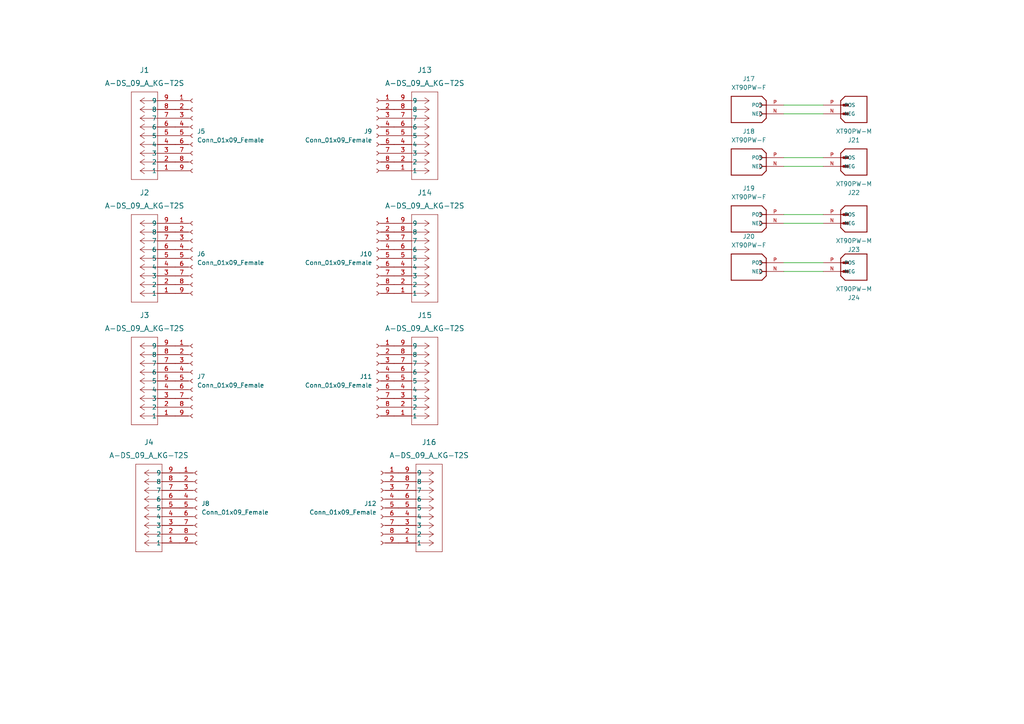
<source format=kicad_sch>
(kicad_sch (version 20211123) (generator eeschema)
  (paper "A4")
  (lib_symbols
    (symbol "Connector:Conn_01x09_Female" (pin_names (offset 1.016) hide)
      (property "Reference" "J" (at 0 12.7 0))
      (property "Value" "Conn_01x09_Female" (at 0 -12.7 0))
      (symbol "Conn_01x09_Female_1_1"
        (arc (start 0 -9.652) (mid -0.508 -10.16) (end 0 -10.668) (stroke (width 0.1524)))
        (arc (start 0 -7.112) (mid -0.508 -7.62) (end 0 -8.128) (stroke (width 0.1524)))
        (arc (start 0 -4.572) (mid -0.508 -5.08) (end 0 -5.588) (stroke (width 0.1524)))
        (arc (start 0 -2.032) (mid -0.508 -2.54) (end 0 -3.048) (stroke (width 0.1524)))
        (polyline (pts (xy -1.27 -10.16) (xy -0.508 -10.16)) (stroke (width 0.1524)))
        (polyline (pts (xy -1.27 -7.62) (xy -0.508 -7.62)) (stroke (width 0.1524)))
        (polyline (pts (xy -1.27 -5.08) (xy -0.508 -5.08)) (stroke (width 0.1524)))
        (polyline (pts (xy -1.27 -2.54) (xy -0.508 -2.54)) (stroke (width 0.1524)))
        (polyline (pts (xy -1.27 0) (xy -0.508 0)) (stroke (width 0.1524)))
        (polyline (pts (xy -1.27 2.54) (xy -0.508 2.54)) (stroke (width 0.1524)))
        (polyline (pts (xy -1.27 5.08) (xy -0.508 5.08)) (stroke (width 0.1524)))
        (polyline (pts (xy -1.27 7.62) (xy -0.508 7.62)) (stroke (width 0.1524)))
        (polyline (pts (xy -1.27 10.16) (xy -0.508 10.16)) (stroke (width 0.1524)))
        (arc (start 0 0.508) (mid -0.508 0) (end 0 -0.508) (stroke (width 0.1524)))
        (arc (start 0 3.048) (mid -0.508 2.54) (end 0 2.032) (stroke (width 0.1524)))
        (arc (start 0 5.588) (mid -0.508 5.08) (end 0 4.572) (stroke (width 0.1524)))
        (arc (start 0 8.128) (mid -0.508 7.62) (end 0 7.112) (stroke (width 0.1524)))
        (arc (start 0 10.668) (mid -0.508 10.16) (end 0 9.652) (stroke (width 0.1524)))
        (pin passive line (at -5.08 10.16 0) (length 3.81) (name "Pin_1") (number "1"))
        (pin passive line (at -5.08 7.62 0) (length 3.81) (name "Pin_2") (number "2"))
        (pin passive line (at -5.08 5.08 0) (length 3.81) (name "Pin_3") (number "3"))
        (pin passive line (at -5.08 2.54 0) (length 3.81) (name "Pin_4") (number "4"))
        (pin passive line (at -5.08 0 0) (length 3.81) (name "Pin_5") (number "5"))
        (pin passive line (at -5.08 -2.54 0) (length 3.81) (name "Pin_6") (number "6"))
        (pin passive line (at -5.08 -5.08 0) (length 3.81) (name "Pin_7") (number "7"))
        (pin passive line (at -5.08 -7.62 0) (length 3.81) (name "Pin_8") (number "8"))
        (pin passive line (at -5.08 -10.16 0) (length 3.81) (name "Pin_9") (number "9"))
      )
    )
    (symbol "SEB:A-DS_09_A_KG-T2S" (pin_names (offset 0.254))
      (property "Reference" "J" (at 8.89 6.35 0))
      (property "Value" "A-DS_09_A_KG-T2S" (at -13.97 11.43 0))
      (symbol "A-DS_09_A_KG-T2S_1_1"
        (polyline (pts (xy 5.08 -22.86) (xy 12.7 -22.86)) (stroke (width 0.127)))
        (polyline (pts (xy 5.08 2.54) (xy 5.08 -22.86)) (stroke (width 0.127)))
        (polyline (pts (xy 10.16 -20.32) (xy 5.08 -20.32)) (stroke (width 0.127)))
        (polyline (pts (xy 10.16 -20.32) (xy 8.89 -21.1667)) (stroke (width 0.127)))
        (polyline (pts (xy 10.16 -20.32) (xy 8.89 -19.4733)) (stroke (width 0.127)))
        (polyline (pts (xy 10.16 -17.78) (xy 5.08 -17.78)) (stroke (width 0.127)))
        (polyline (pts (xy 10.16 -17.78) (xy 8.89 -18.6267)) (stroke (width 0.127)))
        (polyline (pts (xy 10.16 -17.78) (xy 8.89 -16.9333)) (stroke (width 0.127)))
        (polyline (pts (xy 10.16 -15.24) (xy 5.08 -15.24)) (stroke (width 0.127)))
        (polyline (pts (xy 10.16 -15.24) (xy 8.89 -16.0867)) (stroke (width 0.127)))
        (polyline (pts (xy 10.16 -15.24) (xy 8.89 -14.3933)) (stroke (width 0.127)))
        (polyline (pts (xy 10.16 -12.7) (xy 5.08 -12.7)) (stroke (width 0.127)))
        (polyline (pts (xy 10.16 -12.7) (xy 8.89 -13.5467)) (stroke (width 0.127)))
        (polyline (pts (xy 10.16 -12.7) (xy 8.89 -11.8533)) (stroke (width 0.127)))
        (polyline (pts (xy 10.16 -10.16) (xy 5.08 -10.16)) (stroke (width 0.127)))
        (polyline (pts (xy 10.16 -10.16) (xy 8.89 -11.0067)) (stroke (width 0.127)))
        (polyline (pts (xy 10.16 -10.16) (xy 8.89 -9.3133)) (stroke (width 0.127)))
        (polyline (pts (xy 10.16 -7.62) (xy 5.08 -7.62)) (stroke (width 0.127)))
        (polyline (pts (xy 10.16 -7.62) (xy 8.89 -8.4667)) (stroke (width 0.127)))
        (polyline (pts (xy 10.16 -7.62) (xy 8.89 -6.7733)) (stroke (width 0.127)))
        (polyline (pts (xy 10.16 -5.08) (xy 5.08 -5.08)) (stroke (width 0.127)))
        (polyline (pts (xy 10.16 -5.08) (xy 8.89 -5.9267)) (stroke (width 0.127)))
        (polyline (pts (xy 10.16 -5.08) (xy 8.89 -4.2333)) (stroke (width 0.127)))
        (polyline (pts (xy 10.16 -2.54) (xy 5.08 -2.54)) (stroke (width 0.127)))
        (polyline (pts (xy 10.16 -2.54) (xy 8.89 -3.3867)) (stroke (width 0.127)))
        (polyline (pts (xy 10.16 -2.54) (xy 8.89 -1.6933)) (stroke (width 0.127)))
        (polyline (pts (xy 10.16 0) (xy 5.08 0)) (stroke (width 0.127)))
        (polyline (pts (xy 10.16 0) (xy 8.89 -0.8467)) (stroke (width 0.127)))
        (polyline (pts (xy 10.16 0) (xy 8.89 0.8467)) (stroke (width 0.127)))
        (polyline (pts (xy 12.7 -22.86) (xy 12.7 2.54)) (stroke (width 0.127)))
        (polyline (pts (xy 12.7 2.54) (xy 5.08 2.54)) (stroke (width 0.127)))
        (pin unspecified line (at 0 0 0) (length 5.08) (name "1") (number "1"))
        (pin unspecified line (at 0 -2.54 0) (length 5.08) (name "2") (number "2"))
        (pin unspecified line (at 0 -5.08 0) (length 5.08) (name "3") (number "3"))
        (pin unspecified line (at 0 -7.62 0) (length 5.08) (name "4") (number "4"))
        (pin unspecified line (at 0 -10.16 0) (length 5.08) (name "5") (number "5"))
        (pin unspecified line (at 0 -12.7 0) (length 5.08) (name "6") (number "6"))
        (pin unspecified line (at 0 -15.24 0) (length 5.08) (name "7") (number "7"))
        (pin unspecified line (at 0 -17.78 0) (length 5.08) (name "8") (number "8"))
        (pin unspecified line (at 0 -20.32 0) (length 5.08) (name "9") (number "9"))
      )
      (symbol "A-DS_09_A_KG-T2S_1_2"
        (polyline (pts (xy 5.08 -22.86) (xy 12.7 -22.86)) (stroke (width 0.127)))
        (polyline (pts (xy 5.08 2.54) (xy 5.08 -22.86)) (stroke (width 0.127)))
        (polyline (pts (xy 7.62 -20.32) (xy 5.08 -20.32)) (stroke (width 0.127)))
        (polyline (pts (xy 7.62 -20.32) (xy 8.89 -21.1667)) (stroke (width 0.127)))
        (polyline (pts (xy 7.62 -20.32) (xy 8.89 -19.4733)) (stroke (width 0.127)))
        (polyline (pts (xy 7.62 -17.78) (xy 5.08 -17.78)) (stroke (width 0.127)))
        (polyline (pts (xy 7.62 -17.78) (xy 8.89 -18.6267)) (stroke (width 0.127)))
        (polyline (pts (xy 7.62 -17.78) (xy 8.89 -16.9333)) (stroke (width 0.127)))
        (polyline (pts (xy 7.62 -15.24) (xy 5.08 -15.24)) (stroke (width 0.127)))
        (polyline (pts (xy 7.62 -15.24) (xy 8.89 -16.0867)) (stroke (width 0.127)))
        (polyline (pts (xy 7.62 -15.24) (xy 8.89 -14.3933)) (stroke (width 0.127)))
        (polyline (pts (xy 7.62 -12.7) (xy 5.08 -12.7)) (stroke (width 0.127)))
        (polyline (pts (xy 7.62 -12.7) (xy 8.89 -13.5467)) (stroke (width 0.127)))
        (polyline (pts (xy 7.62 -12.7) (xy 8.89 -11.8533)) (stroke (width 0.127)))
        (polyline (pts (xy 7.62 -10.16) (xy 5.08 -10.16)) (stroke (width 0.127)))
        (polyline (pts (xy 7.62 -10.16) (xy 8.89 -11.0067)) (stroke (width 0.127)))
        (polyline (pts (xy 7.62 -10.16) (xy 8.89 -9.3133)) (stroke (width 0.127)))
        (polyline (pts (xy 7.62 -7.62) (xy 5.08 -7.62)) (stroke (width 0.127)))
        (polyline (pts (xy 7.62 -7.62) (xy 8.89 -8.4667)) (stroke (width 0.127)))
        (polyline (pts (xy 7.62 -7.62) (xy 8.89 -6.7733)) (stroke (width 0.127)))
        (polyline (pts (xy 7.62 -5.08) (xy 5.08 -5.08)) (stroke (width 0.127)))
        (polyline (pts (xy 7.62 -5.08) (xy 8.89 -5.9267)) (stroke (width 0.127)))
        (polyline (pts (xy 7.62 -5.08) (xy 8.89 -4.2333)) (stroke (width 0.127)))
        (polyline (pts (xy 7.62 -2.54) (xy 5.08 -2.54)) (stroke (width 0.127)))
        (polyline (pts (xy 7.62 -2.54) (xy 8.89 -3.3867)) (stroke (width 0.127)))
        (polyline (pts (xy 7.62 -2.54) (xy 8.89 -1.6933)) (stroke (width 0.127)))
        (polyline (pts (xy 7.62 0) (xy 5.08 0)) (stroke (width 0.127)))
        (polyline (pts (xy 7.62 0) (xy 8.89 -0.8467)) (stroke (width 0.127)))
        (polyline (pts (xy 7.62 0) (xy 8.89 0.8467)) (stroke (width 0.127)))
        (polyline (pts (xy 12.7 -22.86) (xy 12.7 2.54)) (stroke (width 0.127)))
        (polyline (pts (xy 12.7 2.54) (xy 5.08 2.54)) (stroke (width 0.127)))
        (pin unspecified line (at 0 0 0) (length 5.08) (name "1") (number "1"))
        (pin unspecified line (at 0 -2.54 0) (length 5.08) (name "2") (number "2"))
        (pin unspecified line (at 0 -5.08 0) (length 5.08) (name "3") (number "3"))
        (pin unspecified line (at 0 -7.62 0) (length 5.08) (name "4") (number "4"))
        (pin unspecified line (at 0 -10.16 0) (length 5.08) (name "5") (number "5"))
        (pin unspecified line (at 0 -12.7 0) (length 5.08) (name "6") (number "6"))
        (pin unspecified line (at 0 -15.24 0) (length 5.08) (name "7") (number "7"))
        (pin unspecified line (at 0 -17.78 0) (length 5.08) (name "8") (number "8"))
        (pin unspecified line (at 0 -20.32 0) (length 5.08) (name "9") (number "9"))
      )
    )
    (symbol "SEB:XT90PW-F" (pin_names (offset 1.016))
      (property "Reference" "J" (at -10.16 3.81 0))
      (property "Value" "XT90PW-F" (at -10.16 -7.62 0))
      (symbol "XT90PW-F_0_0"
        (arc (start -1.905 -3.175) (mid -1.27 -2.54) (end -1.905 -1.905) (stroke (width 0.254)))
        (arc (start -1.905 -0.635) (mid -1.27 0) (end -1.905 0.635) (stroke (width 0.254)))
        (polyline (pts (xy -10.16 -5.08) (xy -10.16 2.54)) (stroke (width 0.254)))
        (polyline (pts (xy -10.16 2.54) (xy -1.27 2.54)) (stroke (width 0.254)))
        (polyline (pts (xy -1.27 -5.08) (xy -10.16 -5.08)) (stroke (width 0.254)))
        (polyline (pts (xy 0 -3.81) (xy -1.27 -5.08)) (stroke (width 0.254)))
        (polyline (pts (xy 0 -2.54) (xy -1.27 -2.54)) (stroke (width 0.254)))
        (polyline (pts (xy 0 0) (xy -1.27 0)) (stroke (width 0.254)))
        (polyline (pts (xy 0 0) (xy 0 -3.81)) (stroke (width 0.254)))
        (polyline (pts (xy 0 1.27) (xy -1.27 2.54)) (stroke (width 0.254)))
        (polyline (pts (xy 0 1.27) (xy 0 0)) (stroke (width 0.254)))
        (pin passive line (at 5.08 -2.54 180) (length 5.08) (name "NEG") (number "N"))
        (pin passive line (at 5.08 0 180) (length 5.08) (name "POS") (number "P"))
      )
    )
    (symbol "SEB:XT90PW-M" (pin_names (offset 1.016))
      (property "Reference" "J" (at 0 3.81 0))
      (property "Value" "XT90PW-M" (at 0 -7.62 0))
      (symbol "XT90PW-M_0_0"
        (polyline (pts (xy 0 -3.81) (xy 1.27 -5.08)) (stroke (width 0.254)))
        (polyline (pts (xy 0 -2.54) (xy 1.905 -2.54)) (stroke (width 0.254)))
        (polyline (pts (xy 0 0) (xy 0 -3.81)) (stroke (width 0.254)))
        (polyline (pts (xy 0 0) (xy 1.905 0)) (stroke (width 0.254)))
        (polyline (pts (xy 0 1.27) (xy 0 0)) (stroke (width 0.254)))
        (polyline (pts (xy 0 1.27) (xy 1.27 2.54)) (stroke (width 0.254)))
        (polyline (pts (xy 1.27 -5.08) (xy 7.62 -5.08)) (stroke (width 0.254)))
        (polyline (pts (xy 7.62 -5.08) (xy 7.62 2.54)) (stroke (width 0.254)))
        (polyline (pts (xy 7.62 2.54) (xy 1.27 2.54)) (stroke (width 0.254)))
        (rectangle (start 0.635 -2.8575) (end 2.2225 -2.2225) (stroke (width 0.1)) (fill (type outline)))
        (rectangle (start 0.635 -0.3175) (end 2.2225 0.3175) (stroke (width 0.1)) (fill (type outline)))
        (pin passive line (at -5.08 -2.54 0) (length 5.08) (name "NEG") (number "N"))
        (pin passive line (at -5.08 0 0) (length 5.08) (name "POS") (number "P"))
      )
    )
  )
  (wire (pts (xy 227.33 62.23) (xy 238.76 62.23)))
  (wire (pts (xy 227.33 30.48) (xy 238.76 30.48)))
  (wire (pts (xy 227.33 64.77) (xy 238.76 64.77)))
  (wire (pts (xy 227.33 76.2) (xy 238.76 76.2)))
  (wire (pts (xy 227.33 45.72) (xy 238.76 45.72)))
  (wire (pts (xy 227.33 33.02) (xy 238.76 33.02)))
  (wire (pts (xy 227.33 48.26) (xy 238.76 48.26)))
  (wire (pts (xy 227.33 78.74) (xy 238.76 78.74)))
  (symbol (lib_id "SEB:XT90PW-M") (at 243.84 45.72 0) (unit 1)
    (property "Reference" "J22" (at 247.65 55.88 0))
    (property "Value" "XT90PW-M" (at 247.65 53.34 0))
    (property "Footprint" "SEB:AMASS_XT90PW-M" (effects hide))
    (property "MF" "AMASS" (effects hide))
    (property "Description" "\nSocket; DC supply; XT90; male; PIN: 2; on PCBs; THT; Colour: yellow\n" (effects hide))
    (property "Package" "Package" (effects hide))
    (property "Price" "None" (effects hide))
    (property "Check_prices" "https://www.snapeda.com/parts/XT90PW-M/AMASS/view-part/?ref=eda" (effects hide))
    (property "MAXIMUM_PACKAGE_HIEGHT" "10.3mm" (effects hide))
    (property "STANDARD" "Manufacturer Recommendations" (effects hide))
    (property "PARTREV" "V00" (effects hide))
    (property "SnapEDA_Link" "https://www.snapeda.com/parts/XT90PW-M/AMASS/view-part/?ref=snap" (effects hide))
    (property "MP" "XT90PW-M" (effects hide))
    (property "Availability" "Not in stock" (effects hide))
    (property "MANUFACTURER" "AMASS" (effects hide))
  )
  (symbol (lib_id "SEB:XT90PW-F") (at 222.25 45.72 0) (unit 1)
    (property "Reference" "J18" (at 217.17 38.1 0))
    (property "Value" "XT90PW-F" (at 217.17 40.64 0))
    (property "Footprint" "SEB:AMASS_XT90PW-F" (effects hide))
    (property "MF" "AMASS" (effects hide))
    (property "MAXIMUM_PACKAGE_HEIGHT" "10.3 mm" (effects hide))
    (property "Package" "Package" (effects hide))
    (property "Price" "None" (effects hide))
    (property "Check_prices" "https://www.snapeda.com/parts/XT90PW-F/AMASS/view-part/?ref=eda" (effects hide))
    (property "STANDARD" "Manufacturer Recommendations" (effects hide))
    (property "PARTREV" "V00" (effects hide))
    (property "SnapEDA_Link" "https://www.snapeda.com/parts/XT90PW-F/AMASS/view-part/?ref=snap" (effects hide))
    (property "MP" "XT90PW-F" (effects hide))
    (property "Description" "\nSocket, DC supply, XT90, female, PIN:2, on PCBs, THT\n" (effects hide))
    (property "Availability" "Not in stock" (effects hide))
    (property "MANUFACTURER" "AMASS" (effects hide))
  )
  (symbol (lib_id "SEB:A-DS_09_A_KG-T2S") (at 115.57 157.48 0) (mirror x) (unit 1)
    (property "Reference" "J16" (at 124.46 128.27 0) (effects (font (size 1.524 1.524))))
    (property "Value" "A-DS_09_A_KG-T2S" (at 124.46 132.08 0) (effects (font (size 1.524 1.524))))
    (property "Footprint" "SEB:ASSMANN_A-DF_09_A_KG-T2S" (effects hide))
    (property "Datasheet" "A-DS 09 A/KG-T2S" (effects hide))
  )
  (symbol (lib_id "SEB:A-DS_09_A_KG-T2S") (at 114.3 49.53 0) (mirror x) (unit 1)
    (property "Reference" "J13" (at 123.19 20.32 0) (effects (font (size 1.524 1.524))))
    (property "Value" "A-DS_09_A_KG-T2S" (at 123.19 24.13 0) (effects (font (size 1.524 1.524))))
    (property "Footprint" "SEB:ASSMANN_A-DF_09_A_KG-T2S" (effects hide))
    (property "Datasheet" "A-DS 09 A/KG-T2S" (effects hide))
  )
  (symbol (lib_id "SEB:A-DS_09_A_KG-T2S") (at 114.3 85.09 0) (mirror x) (unit 1)
    (property "Reference" "J14" (at 123.19 55.88 0) (effects (font (size 1.524 1.524))))
    (property "Value" "A-DS_09_A_KG-T2S" (at 123.19 59.69 0) (effects (font (size 1.524 1.524))))
    (property "Footprint" "SEB:ASSMANN_A-DF_09_A_KG-T2S" (effects hide))
    (property "Datasheet" "A-DS 09 A/KG-T2S" (effects hide))
  )
  (symbol (lib_id "SEB:XT90PW-M") (at 243.84 30.48 0) (unit 1)
    (property "Reference" "J21" (at 247.65 40.64 0))
    (property "Value" "XT90PW-M" (at 247.65 38.1 0))
    (property "Footprint" "SEB:AMASS_XT90PW-M" (effects hide))
    (property "MF" "AMASS" (effects hide))
    (property "Description" "\nSocket; DC supply; XT90; male; PIN: 2; on PCBs; THT; Colour: yellow\n" (effects hide))
    (property "Package" "Package" (effects hide))
    (property "Price" "None" (effects hide))
    (property "Check_prices" "https://www.snapeda.com/parts/XT90PW-M/AMASS/view-part/?ref=eda" (effects hide))
    (property "MAXIMUM_PACKAGE_HIEGHT" "10.3mm" (effects hide))
    (property "STANDARD" "Manufacturer Recommendations" (effects hide))
    (property "PARTREV" "V00" (effects hide))
    (property "SnapEDA_Link" "https://www.snapeda.com/parts/XT90PW-M/AMASS/view-part/?ref=snap" (effects hide))
    (property "MP" "XT90PW-M" (effects hide))
    (property "Availability" "Not in stock" (effects hide))
    (property "MANUFACTURER" "AMASS" (effects hide))
  )
  (symbol (lib_id "SEB:A-DS_09_A_KG-T2S") (at 52.07 157.48 180) (unit 1)
    (property "Reference" "J4" (at 43.18 128.27 0) (effects (font (size 1.524 1.524))))
    (property "Value" "A-DS_09_A_KG-T2S" (at 43.18 132.08 0) (effects (font (size 1.524 1.524))))
    (property "Footprint" "SEB:ASSMANN_A-DF_09_A_KG-T2S" (effects hide))
    (property "Datasheet" "A-DS 09 A/KG-T2S" (effects hide))
  )
  (symbol (lib_id "SEB:XT90PW-F") (at 222.25 76.2 0) (unit 1)
    (property "Reference" "J20" (at 217.17 68.58 0))
    (property "Value" "XT90PW-F" (at 217.17 71.12 0))
    (property "Footprint" "SEB:AMASS_XT90PW-F" (effects hide))
    (property "MF" "AMASS" (effects hide))
    (property "MAXIMUM_PACKAGE_HEIGHT" "10.3 mm" (effects hide))
    (property "Package" "Package" (effects hide))
    (property "Price" "None" (effects hide))
    (property "Check_prices" "https://www.snapeda.com/parts/XT90PW-F/AMASS/view-part/?ref=eda" (effects hide))
    (property "STANDARD" "Manufacturer Recommendations" (effects hide))
    (property "PARTREV" "V00" (effects hide))
    (property "SnapEDA_Link" "https://www.snapeda.com/parts/XT90PW-F/AMASS/view-part/?ref=snap" (effects hide))
    (property "MP" "XT90PW-F" (effects hide))
    (property "Description" "\nSocket, DC supply, XT90, female, PIN:2, on PCBs, THT\n" (effects hide))
    (property "Availability" "Not in stock" (effects hide))
    (property "MANUFACTURER" "AMASS" (effects hide))
  )
  (symbol (lib_id "SEB:A-DS_09_A_KG-T2S") (at 50.8 120.65 180) (unit 1)
    (property "Reference" "J3" (at 41.91 91.44 0) (effects (font (size 1.524 1.524))))
    (property "Value" "A-DS_09_A_KG-T2S" (at 41.91 95.25 0) (effects (font (size 1.524 1.524))))
    (property "Footprint" "SEB:ASSMANN_A-DF_09_A_KG-T2S" (effects hide))
    (property "Datasheet" "A-DS 09 A/KG-T2S" (effects hide))
  )
  (symbol (lib_id "Connector:Conn_01x09_Female") (at 55.88 74.93 0) (unit 1)
    (property "Reference" "J6" (at 57.15 73.6599 0) (effects (justify left)))
    (property "Value" "Conn_01x09_Female" (at 57.15 76.1999 0) (effects (justify left)))
    (property "Footprint" "Connector_PinHeader_2.54mm:PinHeader_1x09_P2.54mm_Vertical" (effects hide))
  )
  (symbol (lib_id "SEB:XT90PW-F") (at 222.25 30.48 0) (unit 1)
    (property "Reference" "J17" (at 217.17 22.86 0))
    (property "Value" "XT90PW-F" (at 217.17 25.4 0))
    (property "Footprint" "SEB:AMASS_XT90PW-F" (effects hide))
    (property "MF" "AMASS" (effects hide))
    (property "MAXIMUM_PACKAGE_HEIGHT" "10.3 mm" (effects hide))
    (property "Package" "Package" (effects hide))
    (property "Price" "None" (effects hide))
    (property "Check_prices" "https://www.snapeda.com/parts/XT90PW-F/AMASS/view-part/?ref=eda" (effects hide))
    (property "STANDARD" "Manufacturer Recommendations" (effects hide))
    (property "PARTREV" "V00" (effects hide))
    (property "SnapEDA_Link" "https://www.snapeda.com/parts/XT90PW-F/AMASS/view-part/?ref=snap" (effects hide))
    (property "MP" "XT90PW-F" (effects hide))
    (property "Description" "\nSocket, DC supply, XT90, female, PIN:2, on PCBs, THT\n" (effects hide))
    (property "Availability" "Not in stock" (effects hide))
    (property "MANUFACTURER" "AMASS" (effects hide))
  )
  (symbol (lib_id "Connector:Conn_01x09_Female") (at 109.22 74.93 0) (mirror y) (unit 1)
    (property "Reference" "J10" (at 107.95 73.6599 0) (effects (justify left)))
    (property "Value" "Conn_01x09_Female" (at 107.95 76.1999 0) (effects (justify left)))
    (property "Footprint" "Connector_PinHeader_2.54mm:PinHeader_1x09_P2.54mm_Vertical" (effects hide))
  )
  (symbol (lib_id "Connector:Conn_01x09_Female") (at 55.88 110.49 0) (unit 1)
    (property "Reference" "J7" (at 57.15 109.2199 0) (effects (justify left)))
    (property "Value" "Conn_01x09_Female" (at 57.15 111.7599 0) (effects (justify left)))
    (property "Footprint" "Connector_PinHeader_2.54mm:PinHeader_1x09_P2.54mm_Vertical" (effects hide))
  )
  (symbol (lib_id "SEB:XT90PW-M") (at 243.84 76.2 0) (unit 1)
    (property "Reference" "J24" (at 247.65 86.36 0))
    (property "Value" "XT90PW-M" (at 247.65 83.82 0))
    (property "Footprint" "SEB:AMASS_XT90PW-M" (effects hide))
    (property "MF" "AMASS" (effects hide))
    (property "Description" "\nSocket; DC supply; XT90; male; PIN: 2; on PCBs; THT; Colour: yellow\n" (effects hide))
    (property "Package" "Package" (effects hide))
    (property "Price" "None" (effects hide))
    (property "Check_prices" "https://www.snapeda.com/parts/XT90PW-M/AMASS/view-part/?ref=eda" (effects hide))
    (property "MAXIMUM_PACKAGE_HIEGHT" "10.3mm" (effects hide))
    (property "STANDARD" "Manufacturer Recommendations" (effects hide))
    (property "PARTREV" "V00" (effects hide))
    (property "SnapEDA_Link" "https://www.snapeda.com/parts/XT90PW-M/AMASS/view-part/?ref=snap" (effects hide))
    (property "MP" "XT90PW-M" (effects hide))
    (property "Availability" "Not in stock" (effects hide))
    (property "MANUFACTURER" "AMASS" (effects hide))
  )
  (symbol (lib_id "Connector:Conn_01x09_Female") (at 110.49 147.32 0) (mirror y) (unit 1)
    (property "Reference" "J12" (at 109.22 146.0499 0) (effects (justify left)))
    (property "Value" "Conn_01x09_Female" (at 109.22 148.5899 0) (effects (justify left)))
    (property "Footprint" "Connector_PinHeader_2.54mm:PinHeader_1x09_P2.54mm_Vertical" (effects hide))
  )
  (symbol (lib_id "SEB:XT90PW-F") (at 222.25 62.23 0) (unit 1)
    (property "Reference" "J19" (at 217.17 54.61 0))
    (property "Value" "XT90PW-F" (at 217.17 57.15 0))
    (property "Footprint" "SEB:AMASS_XT90PW-F" (effects hide))
    (property "MF" "AMASS" (effects hide))
    (property "MAXIMUM_PACKAGE_HEIGHT" "10.3 mm" (effects hide))
    (property "Package" "Package" (effects hide))
    (property "Price" "None" (effects hide))
    (property "Check_prices" "https://www.snapeda.com/parts/XT90PW-F/AMASS/view-part/?ref=eda" (effects hide))
    (property "STANDARD" "Manufacturer Recommendations" (effects hide))
    (property "PARTREV" "V00" (effects hide))
    (property "SnapEDA_Link" "https://www.snapeda.com/parts/XT90PW-F/AMASS/view-part/?ref=snap" (effects hide))
    (property "MP" "XT90PW-F" (effects hide))
    (property "Description" "\nSocket, DC supply, XT90, female, PIN:2, on PCBs, THT\n" (effects hide))
    (property "Availability" "Not in stock" (effects hide))
    (property "MANUFACTURER" "AMASS" (effects hide))
  )
  (symbol (lib_id "Connector:Conn_01x09_Female") (at 109.22 110.49 0) (mirror y) (unit 1)
    (property "Reference" "J11" (at 107.95 109.2199 0) (effects (justify left)))
    (property "Value" "Conn_01x09_Female" (at 107.95 111.7599 0) (effects (justify left)))
    (property "Footprint" "Connector_PinHeader_2.54mm:PinHeader_1x09_P2.54mm_Vertical" (effects hide))
  )
  (symbol (lib_id "SEB:A-DS_09_A_KG-T2S") (at 50.8 49.53 180) (unit 1)
    (property "Reference" "J1" (at 41.91 20.32 0) (effects (font (size 1.524 1.524))))
    (property "Value" "A-DS_09_A_KG-T2S" (at 41.91 24.13 0) (effects (font (size 1.524 1.524))))
    (property "Footprint" "SEB:ASSMANN_A-DF_09_A_KG-T2S" (effects hide))
    (property "Datasheet" "A-DS 09 A/KG-T2S" (effects hide))
  )
  (symbol (lib_id "SEB:A-DS_09_A_KG-T2S") (at 50.8 85.09 180) (unit 1)
    (property "Reference" "J2" (at 41.91 55.88 0) (effects (font (size 1.524 1.524))))
    (property "Value" "A-DS_09_A_KG-T2S" (at 41.91 59.69 0) (effects (font (size 1.524 1.524))))
    (property "Footprint" "SEB:ASSMANN_A-DF_09_A_KG-T2S" (effects hide))
    (property "Datasheet" "A-DS 09 A/KG-T2S" (effects hide))
  )
  (symbol (lib_id "Connector:Conn_01x09_Female") (at 109.22 39.37 0) (mirror y) (unit 1)
    (property "Reference" "J9" (at 107.95 38.0999 0) (effects (justify left)))
    (property "Value" "Conn_01x09_Female" (at 107.95 40.6399 0) (effects (justify left)))
    (property "Footprint" "Connector_PinHeader_2.54mm:PinHeader_1x09_P2.54mm_Vertical" (effects hide))
  )
  (symbol (lib_id "Connector:Conn_01x09_Female") (at 57.15 147.32 0) (unit 1)
    (property "Reference" "J8" (at 58.42 146.0499 0) (effects (justify left)))
    (property "Value" "Conn_01x09_Female" (at 58.42 148.5899 0) (effects (justify left)))
    (property "Footprint" "Connector_PinHeader_2.54mm:PinHeader_1x09_P2.54mm_Vertical" (effects hide))
  )
  (symbol (lib_id "Connector:Conn_01x09_Female") (at 55.88 39.37 0) (unit 1)
    (property "Reference" "J5" (at 57.15 38.0999 0) (effects (justify left)))
    (property "Value" "Conn_01x09_Female" (at 57.15 40.6399 0) (effects (justify left)))
    (property "Footprint" "Connector_PinHeader_2.54mm:PinHeader_1x09_P2.54mm_Vertical" (effects hide))
  )
  (symbol (lib_id "SEB:A-DS_09_A_KG-T2S") (at 114.3 120.65 0) (mirror x) (unit 1)
    (property "Reference" "J15" (at 123.19 91.44 0) (effects (font (size 1.524 1.524))))
    (property "Value" "A-DS_09_A_KG-T2S" (at 123.19 95.25 0) (effects (font (size 1.524 1.524))))
    (property "Footprint" "SEB:ASSMANN_A-DF_09_A_KG-T2S" (effects hide))
    (property "Datasheet" "A-DS 09 A/KG-T2S" (effects hide))
  )
  (symbol (lib_id "SEB:XT90PW-M") (at 243.84 62.23 0) (unit 1)
    (property "Reference" "J23" (at 247.65 72.39 0))
    (property "Value" "XT90PW-M" (at 247.65 69.85 0))
    (property "Footprint" "SEB:AMASS_XT90PW-M" (effects hide))
    (property "MF" "AMASS" (effects hide))
    (property "Description" "\nSocket; DC supply; XT90; male; PIN: 2; on PCBs; THT; Colour: yellow\n" (effects hide))
    (property "Package" "Package" (effects hide))
    (property "Price" "None" (effects hide))
    (property "Check_prices" "https://www.snapeda.com/parts/XT90PW-M/AMASS/view-part/?ref=eda" (effects hide))
    (property "MAXIMUM_PACKAGE_HIEGHT" "10.3mm" (effects hide))
    (property "STANDARD" "Manufacturer Recommendations" (effects hide))
    (property "PARTREV" "V00" (effects hide))
    (property "SnapEDA_Link" "https://www.snapeda.com/parts/XT90PW-M/AMASS/view-part/?ref=snap" (effects hide))
    (property "MP" "XT90PW-M" (effects hide))
    (property "Availability" "Not in stock" (effects hide))
    (property "MANUFACTURER" "AMASS" (effects hide))
  )
)
</source>
